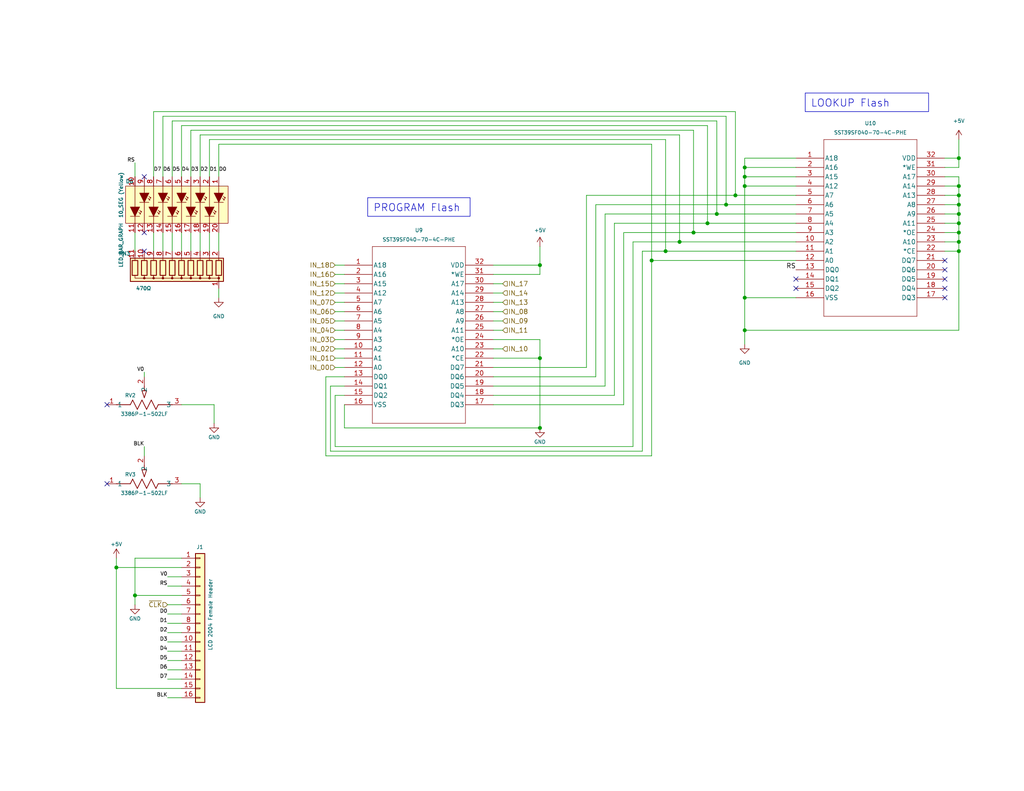
<source format=kicad_sch>
(kicad_sch (version 20230121) (generator eeschema)
  (paper "USLetter")
  (title_block (title "${project_name}") (date "2024-03-01") (rev "${version}"))
  (lib_symbols
    (symbol "homebrew_cpu:3386P-1-502LF" (pin_names (offset 0.254))
      (property "Reference" "RV" (at 10.795 -3.175 0))
      (property "Value" "3386P-1-502LF" (at 10.795 -6.35 0))
      (symbol "3386P-1-502LF_1_1"
        (polyline (pts (xy 2.54 0) (xy 6.35 0)) (stroke (width 0.2032)))
        (polyline (pts (xy 6.35 0) (xy 6.985 1.27)) (stroke (width 0.2032)))
        (polyline (pts (xy 6.985 1.27) (xy 8.255 -1.27)) (stroke (width 0.2032)))
        (polyline (pts (xy 8.255 -1.27) (xy 9.525 1.27)) (stroke (width 0.2032)))
        (polyline (pts (xy 9.525 1.27) (xy 10.795 -1.27)) (stroke (width 0.2032)))
        (polyline (pts (xy 9.525 3.81) (xy 10.16 1.905)) (stroke (width 0.2032)))
        (polyline (pts (xy 9.525 3.81) (xy 10.795 3.81)) (stroke (width 0.2032)))
        (polyline (pts (xy 10.16 3.81) (xy 10.16 5.08)) (stroke (width 0.2032)))
        (polyline (pts (xy 10.795 -1.27) (xy 12.065 1.27)) (stroke (width 0.2032)))
        (polyline (pts (xy 10.795 3.81) (xy 10.16 1.905)) (stroke (width 0.2032)))
        (polyline (pts (xy 12.065 1.27) (xy 13.335 -1.27)) (stroke (width 0.2032)))
        (polyline (pts (xy 13.335 -1.27) (xy 13.97 0)) (stroke (width 0.2032)))
        (polyline (pts (xy 13.97 0) (xy 17.78 0)) (stroke (width 0.2032)))
        (pin passive line (at 0 0 0) (length 2.54) (name "1") (number "1"))
        (pin passive line (at 10.16 7.62 270) (length 2.54) (name "2") (number "2"))
        (pin passive line (at 20.32 0 180) (length 2.54) (name "3") (number "3"))
      )
    )
    (symbol "homebrew_cpu:LCD_2004_PinSocket_1x16_P2.54mm_Vertical" (pin_names (offset 1.016) hide)
      (property "Reference" "J" (at 0 20.32 0))
      (property "Value" "LCD_2004_PinSocket_1x16_P2.54mm_Vertical" (at 0 -22.86 0))
      (symbol "LCD_2004_PinSocket_1x16_P2.54mm_Vertical_1_1"
        (rectangle (start -1.27 -20.193) (end 0 -20.447) (stroke (width 0.1524)))
        (rectangle (start -1.27 -17.653) (end 0 -17.907) (stroke (width 0.1524)))
        (rectangle (start -1.27 -15.113) (end 0 -15.367) (stroke (width 0.1524)))
        (rectangle (start -1.27 -12.573) (end 0 -12.827) (stroke (width 0.1524)))
        (rectangle (start -1.27 -10.033) (end 0 -10.287) (stroke (width 0.1524)))
        (rectangle (start -1.27 -7.493) (end 0 -7.747) (stroke (width 0.1524)))
        (rectangle (start -1.27 -4.953) (end 0 -5.207) (stroke (width 0.1524)))
        (rectangle (start -1.27 -2.413) (end 0 -2.667) (stroke (width 0.1524)))
        (rectangle (start -1.27 0.127) (end 0 -0.127) (stroke (width 0.1524)))
        (rectangle (start -1.27 2.667) (end 0 2.413) (stroke (width 0.1524)))
        (rectangle (start -1.27 5.207) (end 0 4.953) (stroke (width 0.1524)))
        (rectangle (start -1.27 7.747) (end 0 7.493) (stroke (width 0.1524)))
        (rectangle (start -1.27 10.287) (end 0 10.033) (stroke (width 0.1524)))
        (rectangle (start -1.27 12.827) (end 0 12.573) (stroke (width 0.1524)))
        (rectangle (start -1.27 15.367) (end 0 15.113) (stroke (width 0.1524)))
        (rectangle (start -1.27 17.907) (end 0 17.653) (stroke (width 0.1524)))
        (rectangle (start -1.27 19.05) (end 1.27 -21.59) (stroke (width 0.254)) (fill (type background)))
        (pin passive line (at -5.08 17.78 0) (length 3.81) (name "Pin_1") (number "1"))
        (pin passive line (at -5.08 -5.08 0) (length 3.81) (name "Pin_10") (number "10"))
        (pin passive line (at -5.08 -7.62 0) (length 3.81) (name "Pin_11") (number "11"))
        (pin passive line (at -5.08 -10.16 0) (length 3.81) (name "Pin_12") (number "12"))
        (pin passive line (at -5.08 -12.7 0) (length 3.81) (name "Pin_13") (number "13"))
        (pin passive line (at -5.08 -15.24 0) (length 3.81) (name "Pin_14") (number "14"))
        (pin passive line (at -5.08 -17.78 0) (length 3.81) (name "Pin_15") (number "15"))
        (pin passive line (at -5.08 -20.32 0) (length 3.81) (name "Pin_16") (number "16"))
        (pin passive line (at -5.08 15.24 0) (length 3.81) (name "Pin_2") (number "2"))
        (pin passive line (at -5.08 12.7 0) (length 3.81) (name "Pin_3") (number "3"))
        (pin passive line (at -5.08 10.16 0) (length 3.81) (name "Pin_4") (number "4"))
        (pin passive line (at -5.08 7.62 0) (length 3.81) (name "Pin_5") (number "5"))
        (pin passive line (at -5.08 5.08 0) (length 3.81) (name "Pin_6") (number "6"))
        (pin passive line (at -5.08 2.54 0) (length 3.81) (name "Pin_7") (number "7"))
        (pin passive line (at -5.08 0 0) (length 3.81) (name "Pin_8") (number "8"))
        (pin passive line (at -5.08 -2.54 0) (length 3.81) (name "Pin_9") (number "9"))
      )
    )
    (symbol "homebrew_cpu:LED_BAR_GRAPH_10_SEG" (pin_names (offset 0))
      (property "Reference" "D" (at -3.81 3.81 0))
      (property "Value" "LED_BAR_GRAPH_10_SEG" (at 0 -27.94 0))
      (symbol "LED_BAR_GRAPH_10_SEG_0_1"
        (rectangle (start -5.08 2.54) (end 5.08 -25.4) (fill (type background)))
        (polyline (pts (xy -5.08 -20.32) (xy -3.175 -20.32)))
        (polyline (pts (xy -5.08 -15.24) (xy -3.175 -15.24)))
        (polyline (pts (xy -5.08 -10.16) (xy -3.175 -10.16)))
        (polyline (pts (xy -5.08 -5.08) (xy -3.175 -5.08)))
        (polyline (pts (xy -3.175 0) (xy -5.08 0)))
        (polyline (pts (xy -1.778 -18.542) (xy -2.286 -19.05)))
        (polyline (pts (xy -1.778 -13.462) (xy -2.286 -13.97)))
        (polyline (pts (xy -1.778 -8.382) (xy -2.286 -8.89)))
        (polyline (pts (xy -1.778 -3.302) (xy -2.286 -3.81)))
        (polyline (pts (xy -1.778 1.778) (xy -2.286 1.27)))
        (polyline (pts (xy -1.27 -18.796) (xy -1.778 -19.304)))
        (polyline (pts (xy -1.27 -13.716) (xy -1.778 -14.224)))
        (polyline (pts (xy -1.27 -8.636) (xy -1.778 -9.144)))
        (polyline (pts (xy -1.27 -3.556) (xy -1.778 -4.064)))
        (polyline (pts (xy -1.27 1.524) (xy -1.778 1.016)))
        (polyline (pts (xy -0.635 -21.59) (xy -0.635 -19.05)))
        (polyline (pts (xy -0.635 -20.32) (xy 5.08 -20.32)))
        (polyline (pts (xy -0.635 -16.51) (xy -0.635 -13.97)))
        (polyline (pts (xy -0.635 -15.24) (xy 5.08 -15.24)))
        (polyline (pts (xy -0.635 -10.16) (xy 5.08 -10.16)))
        (polyline (pts (xy -0.635 -8.89) (xy -0.635 -11.43)))
        (polyline (pts (xy -0.635 -5.08) (xy 5.08 -5.08)))
        (polyline (pts (xy -0.635 -3.81) (xy -0.635 -6.35)))
        (polyline (pts (xy -0.635 0) (xy 5.08 0)))
        (polyline (pts (xy -0.635 1.27) (xy -0.635 -1.27)))
        (polyline (pts (xy 0.635 -22.86) (xy -5.08 -22.86)))
        (polyline (pts (xy 0.635 -17.78) (xy -5.08 -17.78)))
        (polyline (pts (xy 0.635 -12.7) (xy -5.08 -12.7)))
        (polyline (pts (xy 0.635 -7.62) (xy -5.08 -7.62)))
        (polyline (pts (xy 0.635 -2.54) (xy -5.08 -2.54)))
        (polyline (pts (xy 2.032 -21.082) (xy 1.524 -21.59)))
        (polyline (pts (xy 2.032 -16.002) (xy 1.524 -16.51)))
        (polyline (pts (xy 2.032 -10.922) (xy 1.524 -11.43)))
        (polyline (pts (xy 2.032 -5.842) (xy 1.524 -6.35)))
        (polyline (pts (xy 2.032 -0.762) (xy 1.524 -1.27)))
        (polyline (pts (xy 2.54 -21.336) (xy 2.032 -21.844)))
        (polyline (pts (xy 2.54 -16.256) (xy 2.032 -16.764)))
        (polyline (pts (xy 2.54 -11.176) (xy 2.032 -11.684)))
        (polyline (pts (xy 2.54 -6.096) (xy 2.032 -6.604)))
        (polyline (pts (xy 2.54 -1.016) (xy 2.032 -1.524)))
        (polyline (pts (xy 3.175 -22.86) (xy 5.08 -22.86)))
        (polyline (pts (xy 3.175 -21.59) (xy 3.175 -24.13)))
        (polyline (pts (xy 3.175 -17.78) (xy 5.08 -17.78)))
        (polyline (pts (xy 3.175 -16.51) (xy 3.175 -19.05)))
        (polyline (pts (xy 3.175 -12.7) (xy 5.08 -12.7)))
        (polyline (pts (xy 3.175 -11.43) (xy 3.175 -13.97)))
        (polyline (pts (xy 3.175 -7.62) (xy 5.08 -7.62)))
        (polyline (pts (xy 3.175 -6.35) (xy 3.175 -8.89)))
        (polyline (pts (xy 3.175 -2.54) (xy 5.08 -2.54)))
        (polyline (pts (xy 3.175 -1.27) (xy 3.175 -3.81)))
        (polyline (pts (xy -2.032 -18.542) (xy -1.778 -18.542) (xy -1.778 -18.796)))
        (polyline (pts (xy -2.032 -13.462) (xy -1.778 -13.462) (xy -1.778 -13.716)))
        (polyline (pts (xy -2.032 -8.382) (xy -1.778 -8.382) (xy -1.778 -8.636)))
        (polyline (pts (xy -2.032 -3.302) (xy -1.778 -3.302) (xy -1.778 -3.556)))
        (polyline (pts (xy -2.032 1.778) (xy -1.778 1.778) (xy -1.778 1.524)))
        (polyline (pts (xy -1.524 -18.796) (xy -1.27 -18.796) (xy -1.27 -19.05)))
        (polyline (pts (xy -1.524 -13.716) (xy -1.27 -13.716) (xy -1.27 -13.97)))
        (polyline (pts (xy -1.524 -8.636) (xy -1.27 -8.636) (xy -1.27 -8.89)))
        (polyline (pts (xy -1.524 -3.556) (xy -1.27 -3.556) (xy -1.27 -3.81)))
        (polyline (pts (xy -1.524 1.524) (xy -1.27 1.524) (xy -1.27 1.27)))
        (polyline (pts (xy 1.778 -21.082) (xy 2.032 -21.082) (xy 2.032 -21.336)))
        (polyline (pts (xy 1.778 -16.002) (xy 2.032 -16.002) (xy 2.032 -16.256)))
        (polyline (pts (xy 1.778 -10.922) (xy 2.032 -10.922) (xy 2.032 -11.176)))
        (polyline (pts (xy 1.778 -5.842) (xy 2.032 -5.842) (xy 2.032 -6.096)))
        (polyline (pts (xy 1.778 -0.762) (xy 2.032 -0.762) (xy 2.032 -1.016)))
        (polyline (pts (xy 2.286 -21.336) (xy 2.54 -21.336) (xy 2.54 -21.59)))
        (polyline (pts (xy 2.286 -16.256) (xy 2.54 -16.256) (xy 2.54 -16.51)))
        (polyline (pts (xy 2.286 -11.176) (xy 2.54 -11.176) (xy 2.54 -11.43)))
        (polyline (pts (xy 2.286 -6.096) (xy 2.54 -6.096) (xy 2.54 -6.35)))
        (polyline (pts (xy 2.286 -1.016) (xy 2.54 -1.016) (xy 2.54 -1.27)))
        (polyline (pts (xy -3.175 -19.05) (xy -3.175 -21.59) (xy -0.635 -20.32) (xy -3.175 -19.05)) (fill (type outline)))
        (polyline (pts (xy -3.175 -13.97) (xy -3.175 -16.51) (xy -0.635 -15.24) (xy -3.175 -13.97)) (fill (type outline)))
        (polyline (pts (xy -3.175 -8.89) (xy -3.175 -11.43) (xy -0.635 -10.16) (xy -3.175 -8.89)) (fill (type outline)))
        (polyline (pts (xy -3.175 -3.81) (xy -3.175 -6.35) (xy -0.635 -5.08) (xy -3.175 -3.81)) (fill (type outline)))
        (polyline (pts (xy -3.175 1.27) (xy -3.175 -1.27) (xy -0.635 0) (xy -3.175 1.27)) (fill (type outline)))
        (polyline (pts (xy 0.635 -21.59) (xy 0.635 -24.13) (xy 3.175 -22.86) (xy 0.635 -21.59)) (fill (type outline)))
        (polyline (pts (xy 0.635 -16.51) (xy 0.635 -19.05) (xy 3.175 -17.78) (xy 0.635 -16.51)) (fill (type outline)))
        (polyline (pts (xy 0.635 -11.43) (xy 0.635 -13.97) (xy 3.175 -12.7) (xy 0.635 -11.43)) (fill (type outline)))
        (polyline (pts (xy 0.635 -6.35) (xy 0.635 -8.89) (xy 3.175 -7.62) (xy 0.635 -6.35)) (fill (type outline)))
        (polyline (pts (xy 0.635 -1.27) (xy 0.635 -3.81) (xy 3.175 -2.54) (xy 0.635 -1.27)) (fill (type outline)))
      )
      (symbol "LED_BAR_GRAPH_10_SEG_1_1"
        (pin input line (at -7.62 0 0) (length 2.54) (name "~") (number "1"))
        (pin input line (at -7.62 -22.86 0) (length 2.54) (name "~") (number "10"))
        (pin output line (at 7.62 -22.86 180) (length 2.54) (name "~") (number "11"))
        (pin output line (at 7.62 -20.32 180) (length 2.54) (name "~") (number "12"))
        (pin output line (at 7.62 -17.78 180) (length 2.54) (name "~") (number "13"))
        (pin output line (at 7.62 -15.24 180) (length 2.54) (name "~") (number "14"))
        (pin output line (at 7.62 -12.7 180) (length 2.54) (name "~") (number "15"))
        (pin output line (at 7.62 -10.16 180) (length 2.54) (name "~") (number "16"))
        (pin output line (at 7.62 -7.62 180) (length 2.54) (name "~") (number "17"))
        (pin output line (at 7.62 -5.08 180) (length 2.54) (name "~") (number "18"))
        (pin output line (at 7.62 -2.54 180) (length 2.54) (name "~") (number "19"))
        (pin input line (at -7.62 -2.54 0) (length 2.54) (name "~") (number "2"))
        (pin output line (at 7.62 0 180) (length 2.54) (name "~") (number "20"))
        (pin input line (at -7.62 -5.08 0) (length 2.54) (name "~") (number "3"))
        (pin input line (at -7.62 -7.62 0) (length 2.54) (name "~") (number "4"))
        (pin input line (at -7.62 -10.16 0) (length 2.54) (name "~") (number "5"))
        (pin input line (at -7.62 -12.7 0) (length 2.54) (name "~") (number "6"))
        (pin input line (at -7.62 -15.24 0) (length 2.54) (name "~") (number "7"))
        (pin input line (at -7.62 -17.78 0) (length 2.54) (name "~") (number "8"))
        (pin input line (at -7.62 -20.32 0) (length 2.54) (name "~") (number "9"))
      )
    )
    (symbol "homebrew_cpu:R_Network10" (pin_names (offset 0) hide)
      (property "Reference" "RN" (at -15.24 0 90))
      (property "Value" "R_Network10" (at 12.7 0 90))
      (symbol "R_Network10_0_1"
        (rectangle (start -13.97 -3.175) (end 11.43 3.175) (stroke (width 0.254)) (fill (type background)))
        (rectangle (start -13.462 1.524) (end -11.938 -2.54) (stroke (width 0.254)))
        (circle (center -12.7 2.286) (radius 0.254) (fill (type outline)))
        (rectangle (start -10.922 1.524) (end -9.398 -2.54) (stroke (width 0.254)))
        (circle (center -10.16 2.286) (radius 0.254) (fill (type outline)))
        (rectangle (start -8.382 1.524) (end -6.858 -2.54) (stroke (width 0.254)))
        (circle (center -7.62 2.286) (radius 0.254) (fill (type outline)))
        (rectangle (start -5.842 1.524) (end -4.318 -2.54) (stroke (width 0.254)))
        (circle (center -5.08 2.286) (radius 0.254) (fill (type outline)))
        (rectangle (start -3.302 1.524) (end -1.778 -2.54) (stroke (width 0.254)))
        (circle (center -2.54 2.286) (radius 0.254) (fill (type outline)))
        (rectangle (start -0.762 1.524) (end 0.762 -2.54) (stroke (width 0.254)))
        (polyline (pts (xy -12.7 -2.54) (xy -12.7 -3.81)))
        (polyline (pts (xy -10.16 -2.54) (xy -10.16 -3.81)))
        (polyline (pts (xy -7.62 -2.54) (xy -7.62 -3.81)))
        (polyline (pts (xy -5.08 -2.54) (xy -5.08 -3.81)))
        (polyline (pts (xy -2.54 -2.54) (xy -2.54 -3.81)))
        (polyline (pts (xy 0 -2.54) (xy 0 -3.81)))
        (polyline (pts (xy 2.54 -2.54) (xy 2.54 -3.81)))
        (polyline (pts (xy 5.08 -2.54) (xy 5.08 -3.81)))
        (polyline (pts (xy 7.62 -2.54) (xy 7.62 -3.81)))
        (polyline (pts (xy 10.16 -2.54) (xy 10.16 -3.81)))
        (polyline (pts (xy -12.7 1.524) (xy -12.7 2.286) (xy -10.16 2.286) (xy -10.16 1.524)))
        (polyline (pts (xy -10.16 1.524) (xy -10.16 2.286) (xy -7.62 2.286) (xy -7.62 1.524)))
        (polyline (pts (xy -7.62 1.524) (xy -7.62 2.286) (xy -5.08 2.286) (xy -5.08 1.524)))
        (polyline (pts (xy -5.08 1.524) (xy -5.08 2.286) (xy -2.54 2.286) (xy -2.54 1.524)))
        (polyline (pts (xy -2.54 1.524) (xy -2.54 2.286) (xy 0 2.286) (xy 0 1.524)))
        (polyline (pts (xy 0 1.524) (xy 0 2.286) (xy 2.54 2.286) (xy 2.54 1.524)))
        (polyline (pts (xy 2.54 1.524) (xy 2.54 2.286) (xy 5.08 2.286) (xy 5.08 1.524)))
        (polyline (pts (xy 5.08 1.524) (xy 5.08 2.286) (xy 7.62 2.286) (xy 7.62 1.524)))
        (polyline (pts (xy 7.62 1.524) (xy 7.62 2.286) (xy 10.16 2.286) (xy 10.16 1.524)))
        (circle (center 0 2.286) (radius 0.254) (fill (type outline)))
        (rectangle (start 1.778 1.524) (end 3.302 -2.54) (stroke (width 0.254)))
        (circle (center 2.54 2.286) (radius 0.254) (fill (type outline)))
        (rectangle (start 4.318 1.524) (end 5.842 -2.54) (stroke (width 0.254)))
        (circle (center 5.08 2.286) (radius 0.254) (fill (type outline)))
        (rectangle (start 6.858 1.524) (end 8.382 -2.54) (stroke (width 0.254)))
        (circle (center 7.62 2.286) (radius 0.254) (fill (type outline)))
        (rectangle (start 9.398 1.524) (end 10.922 -2.54) (stroke (width 0.254)))
      )
      (symbol "R_Network10_1_1"
        (pin passive line (at -12.7 5.08 270) (length 2.54) (name "common") (number "1"))
        (pin passive line (at 7.62 -5.08 90) (length 1.27) (name "R9") (number "10"))
        (pin passive line (at 10.16 -5.08 90) (length 1.27) (name "R10") (number "11"))
        (pin passive line (at -12.7 -5.08 90) (length 1.27) (name "R1") (number "2"))
        (pin passive line (at -10.16 -5.08 90) (length 1.27) (name "R2") (number "3"))
        (pin passive line (at -7.62 -5.08 90) (length 1.27) (name "R3") (number "4"))
        (pin passive line (at -5.08 -5.08 90) (length 1.27) (name "R4") (number "5"))
        (pin passive line (at -2.54 -5.08 90) (length 1.27) (name "R5") (number "6"))
        (pin passive line (at 0 -5.08 90) (length 1.27) (name "R6") (number "7"))
        (pin passive line (at 2.54 -5.08 90) (length 1.27) (name "R7") (number "8"))
        (pin passive line (at 5.08 -5.08 90) (length 1.27) (name "R8") (number "9"))
      )
    )
    (symbol "homebrew_cpu:SST39SF040-70-4C-PHE" (pin_names (offset 0.254))
      (property "Reference" "U" (at 20.32 10.16 0))
      (property "Value" "SST39SF040-70-4C-PHE" (at 20.32 7.62 0))
      (symbol "SST39SF040-70-4C-PHE_0_1"
        (polyline (pts (xy 7.62 -43.18) (xy 33.02 -43.18)) (stroke (width 0.127)))
        (polyline (pts (xy 7.62 5.08) (xy 7.62 -43.18)) (stroke (width 0.127)))
        (polyline (pts (xy 33.02 -43.18) (xy 33.02 5.08)) (stroke (width 0.127)))
        (polyline (pts (xy 33.02 5.08) (xy 7.62 5.08)) (stroke (width 0.127)))
        (pin input line (at 0 0 0) (length 7.62) (name "A18") (number "1"))
        (pin input line (at 0 -22.86 0) (length 7.62) (name "A2") (number "10"))
        (pin input line (at 0 -25.4 0) (length 7.62) (name "A1") (number "11"))
        (pin input line (at 0 -27.94 0) (length 7.62) (name "A0") (number "12"))
        (pin bidirectional line (at 0 -30.48 0) (length 7.62) (name "DQ0") (number "13"))
        (pin bidirectional line (at 0 -33.02 0) (length 7.62) (name "DQ1") (number "14"))
        (pin bidirectional line (at 0 -35.56 0) (length 7.62) (name "DQ2") (number "15"))
        (pin power_in line (at 0 -38.1 0) (length 7.62) (name "VSS") (number "16"))
        (pin bidirectional line (at 40.64 -38.1 180) (length 7.62) (name "DQ3") (number "17"))
        (pin bidirectional line (at 40.64 -35.56 180) (length 7.62) (name "DQ4") (number "18"))
        (pin bidirectional line (at 40.64 -33.02 180) (length 7.62) (name "DQ5") (number "19"))
        (pin input line (at 0 -2.54 0) (length 7.62) (name "A16") (number "2"))
        (pin bidirectional line (at 40.64 -30.48 180) (length 7.62) (name "DQ6") (number "20"))
        (pin bidirectional line (at 40.64 -27.94 180) (length 7.62) (name "DQ7") (number "21"))
        (pin input line (at 40.64 -22.86 180) (length 7.62) (name "A10") (number "23"))
        (pin input line (at 40.64 -17.78 180) (length 7.62) (name "A11") (number "25"))
        (pin input line (at 40.64 -15.24 180) (length 7.62) (name "A9") (number "26"))
        (pin input line (at 40.64 -12.7 180) (length 7.62) (name "A8") (number "27"))
        (pin input line (at 40.64 -10.16 180) (length 7.62) (name "A13") (number "28"))
        (pin input line (at 40.64 -7.62 180) (length 7.62) (name "A14") (number "29"))
        (pin input line (at 0 -5.08 0) (length 7.62) (name "A15") (number "3"))
        (pin input line (at 40.64 -5.08 180) (length 7.62) (name "A17") (number "30"))
        (pin power_in line (at 40.64 0 180) (length 7.62) (name "VDD") (number "32"))
        (pin input line (at 0 -7.62 0) (length 7.62) (name "A12") (number "4"))
        (pin input line (at 0 -10.16 0) (length 7.62) (name "A7") (number "5"))
        (pin input line (at 0 -12.7 0) (length 7.62) (name "A6") (number "6"))
        (pin input line (at 0 -15.24 0) (length 7.62) (name "A5") (number "7"))
        (pin input line (at 0 -17.78 0) (length 7.62) (name "A4") (number "8"))
        (pin input line (at 0 -20.32 0) (length 7.62) (name "A3") (number "9"))
      )
      (symbol "SST39SF040-70-4C-PHE_1_1"
        (pin input line (at 40.64 -25.4 180) (length 7.62) (name "*CE") (number "22"))
        (pin input line (at 40.64 -20.32 180) (length 7.62) (name "*OE") (number "24"))
        (pin input line (at 40.64 -2.54 180) (length 7.62) (name "*WE") (number "31"))
      )
    )
    (symbol "power:+5V" (power) (pin_names (offset 0))
      (property "Value" "+5V" (at 0 3.556 0))
      (symbol "+5V_0_1"
        (polyline (pts (xy -0.762 1.27) (xy 0 2.54)))
        (polyline (pts (xy 0 0) (xy 0 2.54)))
        (polyline (pts (xy 0 2.54) (xy 0.762 1.27)))
      )
      (symbol "+5V_1_1"
        (pin power_in line (at 0 0 90) (length 0) hide (name "+5V") (number "1"))
      )
    )
    (symbol "power:GND" (power) (pin_names (offset 0))
      (property "Value" "GND" (at 0 -3.81 0))
      (symbol "GND_0_1"
        (polyline (pts (xy 0 0) (xy 0 -1.27) (xy 1.27 -1.27) (xy 0 -2.54) (xy -1.27 -1.27) (xy 0 -1.27)))
      )
      (symbol "GND_1_1"
        (pin power_in line (at 0 0 270) (length 0) hide (name "GND") (number "1"))
      )
    )
  )
  (junction (at 193.04 60.96))
  (junction (at 147.32 72.39))
  (junction (at 181.61 68.58))
  (junction (at 31.75 154.94))
  (junction (at 203.2 90.17))
  (junction (at 185.42 66.04))
  (junction (at 261.62 63.5))
  (junction (at 261.62 60.96))
  (junction (at 261.62 58.42))
  (junction (at 261.62 55.88))
  (junction (at 200.66 53.34))
  (junction (at 261.62 43.18))
  (junction (at 189.23 63.5))
  (junction (at 177.8 71.12))
  (junction (at 261.62 68.58))
  (junction (at 203.2 50.8))
  (junction (at 198.12 55.88))
  (junction (at 147.32 97.79))
  (junction (at 203.2 48.26))
  (junction (at 147.32 116.84))
  (junction (at 261.62 53.34))
  (junction (at 261.62 66.04))
  (junction (at 195.58 58.42))
  (junction (at 36.83 162.56))
  (junction (at 203.2 45.72))
  (junction (at 261.62 50.8))
  (junction (at 203.2 81.28))
  (no_connect (at 39.37 48.26))
  (no_connect (at 217.17 78.74))
  (no_connect (at 257.81 71.12))
  (no_connect (at 257.81 78.74))
  (no_connect (at 29.21 110.49))
  (no_connect (at 257.81 73.66))
  (no_connect (at 217.17 76.2))
  (no_connect (at 257.81 76.2))
  (no_connect (at 39.37 68.58))
  (no_connect (at 39.37 63.5))
  (no_connect (at 29.21 132.08))
  (no_connect (at 257.81 81.28))
  (wire (pts (xy 203.2 90.17) (xy 261.62 90.17)))
  (wire (pts (xy 257.81 58.42) (xy 261.62 58.42)))
  (wire (pts (xy 203.2 48.26) (xy 203.2 50.8)))
  (wire (pts (xy 46.99 33.02) (xy 46.99 48.26)))
  (wire (pts (xy 147.32 67.31) (xy 147.32 72.39)))
  (wire (pts (xy 93.98 102.87) (xy 88.9 102.87)))
  (wire (pts (xy 93.98 107.95) (xy 91.44 107.95)))
  (wire (pts (xy 49.53 165.1) (xy 45.72 165.1)))
  (wire (pts (xy 134.62 102.87) (xy 162.56 102.87)))
  (wire (pts (xy 198.12 31.75) (xy 44.45 31.75)))
  (wire (pts (xy 134.62 107.95) (xy 167.64 107.95)))
  (wire (pts (xy 189.23 35.56) (xy 52.07 35.56)))
  (wire (pts (xy 93.98 116.84) (xy 147.32 116.84)))
  (wire (pts (xy 177.8 39.37) (xy 59.69 39.37)))
  (wire (pts (xy 175.26 123.19) (xy 175.26 68.58)))
  (wire (pts (xy 91.44 90.17) (xy 93.98 90.17)))
  (wire (pts (xy 137.16 87.63) (xy 134.62 87.63)))
  (wire (pts (xy 31.75 154.94) (xy 49.53 154.94)))
  (wire (pts (xy 203.2 43.18) (xy 203.2 45.72)))
  (wire (pts (xy 137.16 85.09) (xy 134.62 85.09)))
  (wire (pts (xy 93.98 105.41) (xy 90.17 105.41)))
  (wire (pts (xy 59.69 39.37) (xy 59.69 48.26)))
  (wire (pts (xy 31.75 187.96) (xy 49.53 187.96)))
  (wire (pts (xy 185.42 66.04) (xy 217.17 66.04)))
  (wire (pts (xy 181.61 38.1) (xy 57.15 38.1)))
  (wire (pts (xy 134.62 77.47) (xy 137.16 77.47)))
  (wire (pts (xy 91.44 121.92) (xy 172.72 121.92)))
  (wire (pts (xy 90.17 105.41) (xy 90.17 123.19)))
  (wire (pts (xy 45.72 170.18) (xy 49.53 170.18)))
  (wire (pts (xy 165.1 105.41) (xy 165.1 58.42)))
  (wire (pts (xy 257.81 48.26) (xy 261.62 48.26)))
  (wire (pts (xy 45.72 175.26) (xy 49.53 175.26)))
  (wire (pts (xy 261.62 45.72) (xy 261.62 43.18)))
  (wire (pts (xy 39.37 101.6) (xy 39.37 102.87)))
  (wire (pts (xy 177.8 71.12) (xy 217.17 71.12)))
  (wire (pts (xy 134.62 74.93) (xy 147.32 74.93)))
  (wire (pts (xy 134.62 105.41) (xy 165.1 105.41)))
  (wire (pts (xy 59.69 63.5) (xy 59.69 68.58)))
  (wire (pts (xy 91.44 92.71) (xy 93.98 92.71)))
  (wire (pts (xy 45.72 172.72) (xy 49.53 172.72)))
  (wire (pts (xy 91.44 107.95) (xy 91.44 121.92)))
  (wire (pts (xy 257.81 53.34) (xy 261.62 53.34)))
  (wire (pts (xy 45.72 160.02) (xy 49.53 160.02)))
  (wire (pts (xy 88.9 124.46) (xy 177.8 124.46)))
  (wire (pts (xy 257.81 45.72) (xy 261.62 45.72)))
  (wire (pts (xy 91.44 77.47) (xy 93.98 77.47)))
  (wire (pts (xy 46.99 63.5) (xy 46.99 68.58)))
  (wire (pts (xy 189.23 63.5) (xy 217.17 63.5)))
  (wire (pts (xy 261.62 63.5) (xy 261.62 66.04)))
  (wire (pts (xy 134.62 110.49) (xy 170.18 110.49)))
  (wire (pts (xy 36.83 48.26) (xy 36.83 44.45)))
  (wire (pts (xy 91.44 80.01) (xy 93.98 80.01)))
  (wire (pts (xy 91.44 87.63) (xy 93.98 87.63)))
  (wire (pts (xy 217.17 55.88) (xy 198.12 55.88)))
  (wire (pts (xy 261.62 66.04) (xy 261.62 68.58)))
  (wire (pts (xy 189.23 35.56) (xy 189.23 63.5)))
  (wire (pts (xy 31.75 154.94) (xy 31.75 187.96)))
  (wire (pts (xy 58.42 110.49) (xy 49.53 110.49)))
  (wire (pts (xy 58.42 110.49) (xy 58.42 115.57)))
  (wire (pts (xy 54.61 63.5) (xy 54.61 68.58)))
  (wire (pts (xy 181.61 38.1) (xy 181.61 68.58)))
  (wire (pts (xy 170.18 110.49) (xy 170.18 63.5)))
  (wire (pts (xy 45.72 177.8) (xy 49.53 177.8)))
  (wire (pts (xy 91.44 82.55) (xy 93.98 82.55)))
  (wire (pts (xy 165.1 58.42) (xy 195.58 58.42)))
  (wire (pts (xy 257.81 68.58) (xy 261.62 68.58)))
  (wire (pts (xy 49.53 34.29) (xy 49.53 48.26)))
  (wire (pts (xy 203.2 48.26) (xy 217.17 48.26)))
  (wire (pts (xy 36.83 152.4) (xy 49.53 152.4)))
  (wire (pts (xy 59.69 78.74) (xy 59.69 81.28)))
  (wire (pts (xy 261.62 60.96) (xy 261.62 63.5)))
  (wire (pts (xy 41.91 63.5) (xy 41.91 68.58)))
  (wire (pts (xy 203.2 45.72) (xy 217.17 45.72)))
  (wire (pts (xy 203.2 50.8) (xy 217.17 50.8)))
  (wire (pts (xy 45.72 180.34) (xy 49.53 180.34)))
  (wire (pts (xy 57.15 38.1) (xy 57.15 48.26)))
  (wire (pts (xy 41.91 30.48) (xy 200.66 30.48)))
  (wire (pts (xy 91.44 97.79) (xy 93.98 97.79)))
  (wire (pts (xy 160.02 100.33) (xy 160.02 53.34)))
  (wire (pts (xy 90.17 123.19) (xy 175.26 123.19)))
  (wire (pts (xy 45.72 167.64) (xy 49.53 167.64)))
  (wire (pts (xy 88.9 102.87) (xy 88.9 124.46)))
  (wire (pts (xy 91.44 100.33) (xy 93.98 100.33)))
  (wire (pts (xy 257.81 50.8) (xy 261.62 50.8)))
  (wire (pts (xy 49.53 63.5) (xy 49.53 68.58)))
  (wire (pts (xy 257.81 63.5) (xy 261.62 63.5)))
  (wire (pts (xy 217.17 53.34) (xy 200.66 53.34)))
  (wire (pts (xy 91.44 74.93) (xy 93.98 74.93)))
  (wire (pts (xy 185.42 36.83) (xy 54.61 36.83)))
  (wire (pts (xy 49.53 157.48) (xy 45.72 157.48)))
  (wire (pts (xy 54.61 132.08) (xy 49.53 132.08)))
  (wire (pts (xy 134.62 92.71) (xy 147.32 92.71)))
  (wire (pts (xy 203.2 81.28) (xy 217.17 81.28)))
  (wire (pts (xy 160.02 53.34) (xy 200.66 53.34)))
  (wire (pts (xy 91.44 95.25) (xy 93.98 95.25)))
  (wire (pts (xy 177.8 39.37) (xy 177.8 71.12)))
  (wire (pts (xy 193.04 60.96) (xy 217.17 60.96)))
  (wire (pts (xy 172.72 121.92) (xy 172.72 66.04)))
  (wire (pts (xy 257.81 43.18) (xy 261.62 43.18)))
  (wire (pts (xy 41.91 30.48) (xy 41.91 48.26)))
  (wire (pts (xy 52.07 35.56) (xy 52.07 48.26)))
  (wire (pts (xy 54.61 132.08) (xy 54.61 135.89)))
  (wire (pts (xy 185.42 36.83) (xy 185.42 66.04)))
  (wire (pts (xy 198.12 31.75) (xy 198.12 55.88)))
  (wire (pts (xy 93.98 110.49) (xy 93.98 116.84)))
  (wire (pts (xy 172.72 66.04) (xy 185.42 66.04)))
  (wire (pts (xy 217.17 43.18) (xy 203.2 43.18)))
  (wire (pts (xy 261.62 55.88) (xy 261.62 58.42)))
  (wire (pts (xy 203.2 45.72) (xy 203.2 48.26)))
  (wire (pts (xy 147.32 97.79) (xy 147.32 116.84)))
  (wire (pts (xy 257.81 55.88) (xy 261.62 55.88)))
  (wire (pts (xy 257.81 60.96) (xy 261.62 60.96)))
  (wire (pts (xy 261.62 68.58) (xy 261.62 90.17)))
  (wire (pts (xy 170.18 63.5) (xy 189.23 63.5)))
  (wire (pts (xy 46.99 33.02) (xy 195.58 33.02)))
  (wire (pts (xy 147.32 74.93) (xy 147.32 72.39)))
  (wire (pts (xy 36.83 63.5) (xy 36.83 68.58)))
  (wire (pts (xy 257.81 66.04) (xy 261.62 66.04)))
  (wire (pts (xy 31.75 152.4) (xy 31.75 154.94)))
  (wire (pts (xy 261.62 53.34) (xy 261.62 55.88)))
  (wire (pts (xy 52.07 63.5) (xy 52.07 68.58)))
  (wire (pts (xy 203.2 50.8) (xy 203.2 81.28)))
  (wire (pts (xy 195.58 58.42) (xy 217.17 58.42)))
  (wire (pts (xy 162.56 102.87) (xy 162.56 55.88)))
  (wire (pts (xy 134.62 72.39) (xy 147.32 72.39)))
  (wire (pts (xy 45.72 182.88) (xy 49.53 182.88)))
  (wire (pts (xy 261.62 38.1) (xy 261.62 43.18)))
  (wire (pts (xy 91.44 85.09) (xy 93.98 85.09)))
  (wire (pts (xy 147.32 92.71) (xy 147.32 97.79)))
  (wire (pts (xy 57.15 63.5) (xy 57.15 68.58)))
  (wire (pts (xy 44.45 63.5) (xy 44.45 68.58)))
  (wire (pts (xy 181.61 68.58) (xy 217.17 68.58)))
  (wire (pts (xy 167.64 107.95) (xy 167.64 60.96)))
  (wire (pts (xy 54.61 36.83) (xy 54.61 48.26)))
  (wire (pts (xy 137.16 90.17) (xy 134.62 90.17)))
  (wire (pts (xy 134.62 100.33) (xy 160.02 100.33)))
  (wire (pts (xy 137.16 80.01) (xy 134.62 80.01)))
  (wire (pts (xy 36.83 152.4) (xy 36.83 162.56)))
  (wire (pts (xy 45.72 185.42) (xy 49.53 185.42)))
  (wire (pts (xy 203.2 90.17) (xy 203.2 81.28)))
  (wire (pts (xy 162.56 55.88) (xy 198.12 55.88)))
  (wire (pts (xy 195.58 33.02) (xy 195.58 58.42)))
  (wire (pts (xy 261.62 48.26) (xy 261.62 50.8)))
  (wire (pts (xy 44.45 31.75) (xy 44.45 48.26)))
  (wire (pts (xy 45.72 190.5) (xy 49.53 190.5)))
  (wire (pts (xy 261.62 58.42) (xy 261.62 60.96)))
  (wire (pts (xy 49.53 162.56) (xy 36.83 162.56)))
  (wire (pts (xy 134.62 97.79) (xy 147.32 97.79)))
  (wire (pts (xy 167.64 60.96) (xy 193.04 60.96)))
  (wire (pts (xy 39.37 124.46) (xy 39.37 121.92)))
  (wire (pts (xy 203.2 90.17) (xy 203.2 93.98)))
  (wire (pts (xy 175.26 68.58) (xy 181.61 68.58)))
  (wire (pts (xy 137.16 82.55) (xy 134.62 82.55)))
  (wire (pts (xy 177.8 124.46) (xy 177.8 71.12)))
  (wire (pts (xy 193.04 34.29) (xy 193.04 60.96)))
  (wire (pts (xy 91.44 72.39) (xy 93.98 72.39)))
  (wire (pts (xy 36.83 162.56) (xy 36.83 165.1)))
  (wire (pts (xy 261.62 50.8) (xy 261.62 53.34)))
  (wire (pts (xy 137.16 95.25) (xy 134.62 95.25)))
  (wire (pts (xy 49.53 34.29) (xy 193.04 34.29)))
  (wire (pts (xy 200.66 30.48) (xy 200.66 53.34)))
  (text_box "LOOKUP Flash" (at 219.71 25.4 0) (size 33.655 5.08) (effects (font (size 2 2)) (justify left top)))
  (text_box "PROGRAM Flash" (at 100.33 53.975 0) (size 27.94 5.08) (effects (font (size 2 2)) (justify left top)))
  (label "D2" (at 54.61 46.99 0) (effects (font (size 1 1))))
  (label "D0" (at 45.72 167.64 180) (effects (font (size 1 1))))
  (label "D5" (at 46.99 46.99 0) (effects (font (size 1 1))))
  (label "D0" (at 59.69 46.99 0) (effects (font (size 1 1))))
  (label "D6" (at 44.45 46.99 0) (effects (font (size 1 1))))
  (label "RS" (at 45.72 160.02 180) (effects (font (size 1 1))))
  (label "D7" (at 41.91 46.99 0) (effects (font (size 1 1))))
  (label "V0" (at 39.37 101.6 180) (effects (font (size 1 1))))
  (label "D7" (at 45.72 185.42 180) (effects (font (size 1 1))))
  (label "BLK" (at 39.37 121.92 180) (effects (font (size 1 1))))
  (label "D2" (at 45.72 172.72 180) (effects (font (size 1 1))))
  (label "D4" (at 45.72 177.8 180) (effects (font (size 1 1))))
  (label "D3" (at 52.07 46.99 0) (effects (font (size 1 1))))
  (label "RS" (at 36.83 44.45 180) (effects (font (size 1 1))))
  (label "D6" (at 45.72 182.88 180) (effects (font (size 1 1))))
  (label "BLK" (at 45.72 190.5 180) (effects (font (size 1 1))))
  (label "D5" (at 45.72 180.34 180) (effects (font (size 1 1))))
  (label "D1" (at 45.72 170.18 180) (effects (font (size 1 1))))
  (label "RS" (at 217.17 73.66 180))
  (label "D4" (at 49.53 46.99 0) (effects (font (size 1 1))))
  (label "D1" (at 57.15 46.99 0) (effects (font (size 1 1))))
  (label "D3" (at 45.72 175.26 180) (effects (font (size 1 1))))
  (label "V0" (at 45.72 157.48 180) (effects (font (size 1 1))))
  (hierarchical_label "IN_10" (shape input) (at 137.16 95.25 0))
  (hierarchical_label "IN_17" (shape input) (at 137.16 77.47 0))
  (hierarchical_label "IN_02" (shape input) (at 91.44 95.25 180))
  (hierarchical_label "IN_15" (shape input) (at 91.44 77.47 180))
  (hierarchical_label "IN_11" (shape input) (at 137.16 90.17 0))
  (hierarchical_label "IN_04" (shape input) (at 91.44 90.17 180))
  (hierarchical_label "IN_05" (shape input) (at 91.44 87.63 180))
  (hierarchical_label "IN_18" (shape input) (at 91.44 72.39 180))
  (hierarchical_label "~{CLK}" (shape input) (at 45.72 165.1 180))
  (hierarchical_label "IN_01" (shape input) (at 91.44 97.79 180))
  (hierarchical_label "IN_06" (shape input) (at 91.44 85.09 180))
  (hierarchical_label "IN_08" (shape input) (at 137.16 85.09 0))
  (hierarchical_label "IN_09" (shape input) (at 137.16 87.63 0))
  (hierarchical_label "IN_13" (shape input) (at 137.16 82.55 0))
  (hierarchical_label "IN_14" (shape input) (at 137.16 80.01 0))
  (hierarchical_label "IN_16" (shape input) (at 91.44 74.93 180))
  (hierarchical_label "IN_03" (shape input) (at 91.44 92.71 180))
  (hierarchical_label "IN_07" (shape input) (at 91.44 82.55 180))
  (hierarchical_label "IN_12" (shape input) (at 91.44 80.01 180))
  (hierarchical_label "IN_00" (shape input) (at 91.44 100.33 180))
  (symbol (lib_id "homebrew_cpu:3386P-1-502LF") (at 29.21 110.49 0) (unit 1)
    (property "Reference" "RV2" (at 35.56 107.95 0) (effects (font (size 1 1))))
    (property "Value" "3386P-1-502LF" (at 39.37 113.03 0) (effects (font (size 1 1))))
    (property "Footprint" "footprints:BOURNE-3386P" (effects hide))
    (property "Datasheet" "https://www.bourns.com/docs/Product-Datasheets/3386.pdf" (effects hide))
    (property "Manufacturer" "Bourns, Inc." (effects hide))
    (property "Maunfacturer PN" "3386P-1-502LF" (effects hide))
    (property "Digikey" "https://www.digikey.com/en/products/detail/bourns-inc/3386P-1-502LF/1088535" (effects hide))
    (property "Digikey PN" "3386P-502LF-ND" (effects hide))
  )
  (symbol (lib_id "power:+5V") (at 261.62 38.1 0) (unit 1)
    (property "Reference" "#PWR037" (effects hide))
    (property "Value" "+5V" (at 261.62 33.02 0) (effects (font (size 1 1))))
  )
  (symbol (lib_id "power:GND") (at 59.69 81.28 0) (unit 1)
    (property "Reference" "#PWR039" (effects hide))
    (property "Value" "GND" (at 59.69 86.36 0) (effects (font (size 1 1))))
  )
  (symbol (lib_id "power:GND") (at 147.32 116.84 0) (unit 1)
    (property "Reference" "#PWR034" (effects hide))
    (property "Value" "GND" (at 147.32 120.65 0) (effects (font (size 1 1))))
  )
  (symbol (lib_id "power:GND") (at 58.42 115.57 0) (unit 1)
    (property "Reference" "#PWR02" (effects hide))
    (property "Value" "GND" (at 58.42 119.38 0) (effects (font (size 1 1))))
  )
  (symbol (lib_id "homebrew_cpu:3386P-1-502LF") (at 29.21 132.08 0) (unit 1)
    (property "Reference" "RV3" (at 35.56 129.54 0) (effects (font (size 1 1))))
    (property "Value" "3386P-1-502LF" (at 39.37 134.62 0) (effects (font (size 1 1))))
    (property "Footprint" "footprints:BOURNE-3386P" (effects hide))
    (property "Datasheet" "https://www.bourns.com/docs/Product-Datasheets/3386.pdf" (effects hide))
    (property "Manufacturer" "Bourns, Inc." (effects hide))
    (property "Maunfacturer PN" "3386P-1-502LF" (effects hide))
    (property "Digikey" "https://www.digikey.com/en/products/detail/bourns-inc/3386P-1-502LF/1088535" (effects hide))
    (property "Digikey PN" "3386P-502LF-ND" (effects hide))
  )
  (symbol (lib_id "power:GND") (at 203.2 93.98 0) (unit 1)
    (property "Reference" "#PWR038" (effects hide))
    (property "Value" "GND" (at 203.2 99.06 0) (effects (font (size 1 1))))
  )
  (symbol (lib_id "homebrew_cpu:R_Network10") (at 46.99 73.66 180) (unit 1)
    (property "Reference" "RN3" (at 35.56 69.215 0) (effects (font (size 1 1)) (justify left)))
    (property "Value" "470Ω" (at 41.275 78.74 0) (effects (font (size 1 1)) (justify left)))
    (property "Footprint" "footprints:R_Array_SIP11" (effects hide))
    (property "Datasheet" "http://www.vishay.com/docs/31509/csc.pdf" (effects hide))
  )
  (symbol (lib_id "power:+5V") (at 147.32 67.31 0) (unit 1)
    (property "Reference" "#PWR035" (effects hide))
    (property "Value" "+5V" (at 147.32 62.865 0) (effects (font (size 1 1))))
  )
  (symbol (lib_id "homebrew_cpu:LCD_2004_PinSocket_1x16_P2.54mm_Vertical") (at 54.61 170.18 0) (unit 1)
    (property "Reference" "J1" (at 53.594 149.352 0) (effects (font (size 1 1)) (justify left)))
    (property "Value" "LCD 2004 Female Header" (at 57.404 157.988 90) (effects (font (size 1 1)) (justify right)))
    (property "Footprint" "footprints:LCD_2004_PinSocket_1x16_P2.54mm_Vertical" (effects hide))
  )
  (symbol (lib_id "homebrew_cpu:LED_BAR_GRAPH_10_SEG") (at 59.69 55.88 270) (unit 1)
    (property "Reference" "D6" (at 34.29 49.53 90) (effects (font (size 1 1)) (justify left)))
    (property "Value" "LED_BAR_GRAPH  10_SEG (Yellow)" (at 33.02 46.99 0) (effects (font (size 1 1)) (justify left)))
    (property "Footprint" "footprints:LED_Bar_Graph_10_SEG" (effects hide))
    (property "Description" "LED BAR GRAPH 10-SEGMENT" (effects hide))
  )
  (symbol (lib_id "homebrew_cpu:SST39SF040-70-4C-PHE") (at 93.98 72.39 0) (unit 1)
    (property "Reference" "U9" (at 114.3 62.865 0) (effects (font (size 1 1))))
    (property "Value" "SST39SF040-70-4C-PHE" (at 114.3 65.405 0) (effects (font (size 1 1))))
    (property "Footprint" "footprints:PDIP32_PH_SST_MCH" (effects hide))
    (property "Datasheet" "SST39SF040-70-4C-PHE" (effects hide))
  )
  (symbol (lib_id "power:GND") (at 36.83 165.1 0) (mirror y) (unit 1)
    (property "Reference" "#PWR036" (effects hide))
    (property "Value" "GND" (at 36.83 168.91 0) (effects (font (size 1 1))))
  )
  (symbol (lib_id "power:+5V") (at 31.75 152.4 0) (unit 1)
    (property "Reference" "#PWR040" (effects hide))
    (property "Value" "+5V" (at 31.75 148.59 0) (effects (font (size 1 1))))
  )
  (symbol (lib_id "power:GND") (at 54.61 135.89 0) (unit 1)
    (property "Reference" "#PWR01" (effects hide))
    (property "Value" "GND" (at 54.61 139.7 0) (effects (font (size 1 1))))
  )
  (symbol (lib_id "homebrew_cpu:SST39SF040-70-4C-PHE") (at 217.17 43.18 0) (unit 1)
    (property "Reference" "U10" (at 237.49 33.655 0) (effects (font (size 1 1))))
    (property "Value" "SST39SF040-70-4C-PHE" (at 237.49 36.195 0) (effects (font (size 1 1))))
    (property "Footprint" "footprints:PDIP32_PH_SST_MCH" (effects hide))
    (property "Datasheet" "SST39SF040-70-4C-PHE" (effects hide))
  )
)
</source>
